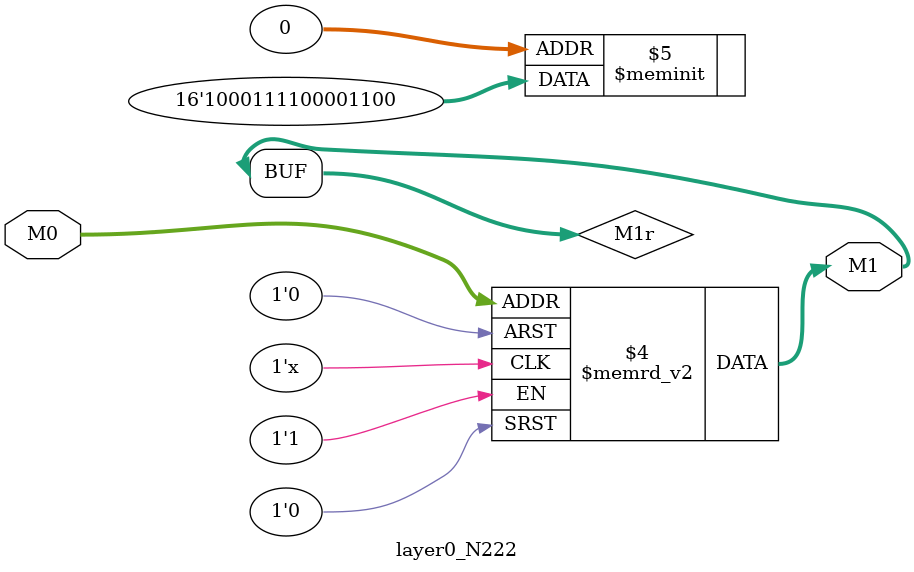
<source format=v>
module layer0_N222 ( input [2:0] M0, output [1:0] M1 );

	(*rom_style = "distributed" *) reg [1:0] M1r;
	assign M1 = M1r;
	always @ (M0) begin
		case (M0)
			3'b000: M1r = 2'b00;
			3'b100: M1r = 2'b11;
			3'b010: M1r = 2'b00;
			3'b110: M1r = 2'b00;
			3'b001: M1r = 2'b11;
			3'b101: M1r = 2'b11;
			3'b011: M1r = 2'b00;
			3'b111: M1r = 2'b10;

		endcase
	end
endmodule

</source>
